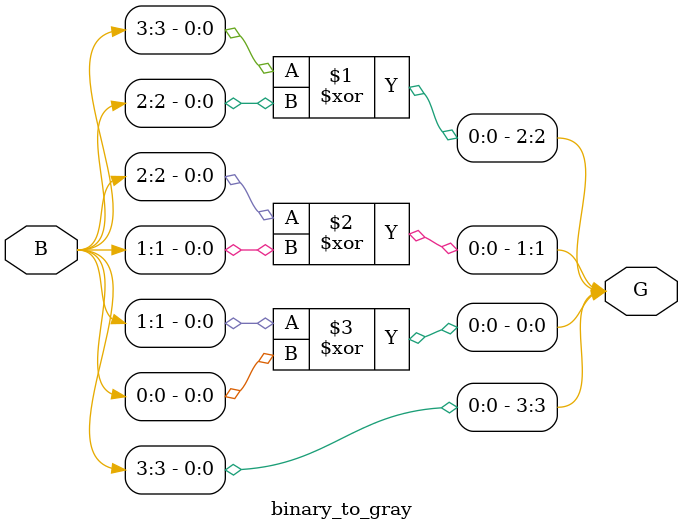
<source format=v>
module binary_to_gray(input[3:0]B,output[3:0]G);
  assign G[3]=B[3];
  assign G[2]=B[3]^B[2];
  assign G[1]=B[2]^B[1];
  assign G[0]=B[1]^B[0];
endmodule
  

</source>
